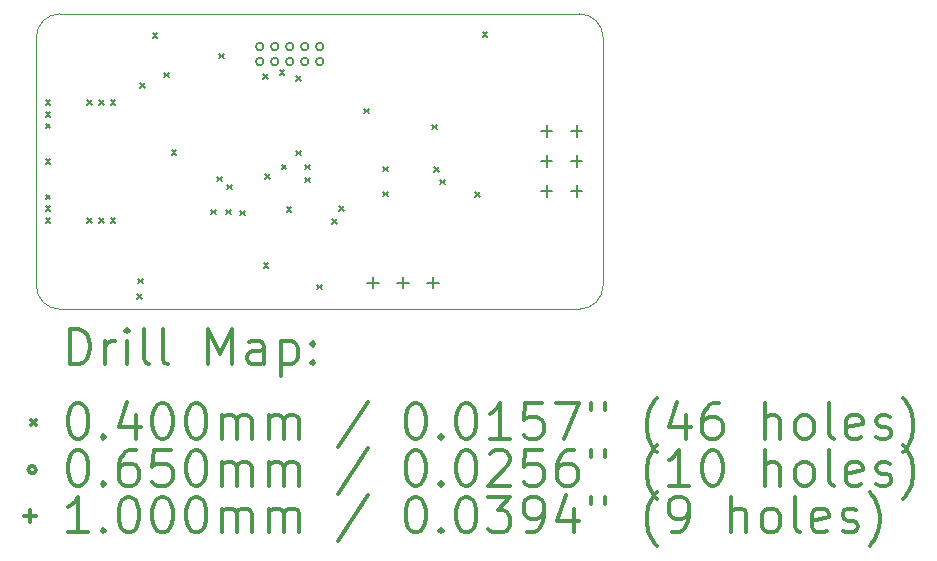
<source format=gbr>
%FSLAX45Y45*%
G04 Gerber Fmt 4.5, Leading zero omitted, Abs format (unit mm)*
G04 Created by KiCad (PCBNEW (5.1.10-1-10_14)) date 2021-09-25 17:03:41*
%MOMM*%
%LPD*%
G01*
G04 APERTURE LIST*
%TA.AperFunction,Profile*%
%ADD10C,0.050000*%
%TD*%
%ADD11C,0.200000*%
%ADD12C,0.300000*%
G04 APERTURE END LIST*
D10*
X4800000Y200000D02*
X4800000Y2300000D01*
X200000Y0D02*
G75*
G02*
X0Y200000I0J200000D01*
G01*
X0Y2300000D02*
G75*
G02*
X200000Y2500000I200000J0D01*
G01*
X4600000Y2500000D02*
G75*
G02*
X4800000Y2300000I0J-200000D01*
G01*
X4800000Y200000D02*
G75*
G02*
X4600000Y0I-200000J0D01*
G01*
X0Y2300000D02*
X0Y200000D01*
X4600000Y2500000D02*
X200000Y2500000D01*
X200000Y0D02*
X4600000Y0D01*
D11*
X80000Y1770000D02*
X120000Y1730000D01*
X120000Y1770000D02*
X80000Y1730000D01*
X80000Y1670000D02*
X120000Y1630000D01*
X120000Y1670000D02*
X80000Y1630000D01*
X80000Y1570000D02*
X120000Y1530000D01*
X120000Y1570000D02*
X80000Y1530000D01*
X80000Y1270000D02*
X120000Y1230000D01*
X120000Y1270000D02*
X80000Y1230000D01*
X80000Y970000D02*
X120000Y930000D01*
X120000Y970000D02*
X80000Y930000D01*
X80000Y870000D02*
X120000Y830000D01*
X120000Y870000D02*
X80000Y830000D01*
X80000Y770000D02*
X120000Y730000D01*
X120000Y770000D02*
X80000Y730000D01*
X430000Y1770000D02*
X470000Y1730000D01*
X470000Y1770000D02*
X430000Y1730000D01*
X430000Y770000D02*
X470000Y730000D01*
X470000Y770000D02*
X430000Y730000D01*
X530000Y1770000D02*
X570000Y1730000D01*
X570000Y1770000D02*
X530000Y1730000D01*
X530000Y770000D02*
X570000Y730000D01*
X570000Y770000D02*
X530000Y730000D01*
X630000Y1770000D02*
X670000Y1730000D01*
X670000Y1770000D02*
X630000Y1730000D01*
X630000Y770000D02*
X670000Y730000D01*
X670000Y770000D02*
X630000Y730000D01*
X856300Y124850D02*
X896300Y84850D01*
X896300Y124850D02*
X856300Y84850D01*
X862650Y258200D02*
X902650Y218200D01*
X902650Y258200D02*
X862650Y218200D01*
X881700Y1912300D02*
X921700Y1872300D01*
X921700Y1912300D02*
X881700Y1872300D01*
X985840Y2336480D02*
X1025840Y2296480D01*
X1025840Y2336480D02*
X985840Y2296480D01*
X1084900Y2001200D02*
X1124900Y1961200D01*
X1124900Y2001200D02*
X1084900Y1961200D01*
X1147500Y1345000D02*
X1187500Y1305000D01*
X1187500Y1345000D02*
X1147500Y1305000D01*
X1483680Y842960D02*
X1523680Y802960D01*
X1523680Y842960D02*
X1483680Y802960D01*
X1529400Y1122360D02*
X1569400Y1082360D01*
X1569400Y1122360D02*
X1529400Y1082360D01*
X1548450Y2162179D02*
X1588450Y2122179D01*
X1588450Y2162179D02*
X1548450Y2122179D01*
X1605600Y841379D02*
X1645600Y801379D01*
X1645600Y841379D02*
X1605600Y801379D01*
X1618300Y1054739D02*
X1658300Y1014739D01*
X1658300Y1054739D02*
X1618300Y1014739D01*
X1723839Y832778D02*
X1763839Y792778D01*
X1763839Y832778D02*
X1723839Y792778D01*
X1923100Y1988500D02*
X1963100Y1948500D01*
X1963100Y1988500D02*
X1923100Y1948500D01*
X1925640Y390840D02*
X1965640Y350840D01*
X1965640Y390840D02*
X1925640Y350840D01*
X1937356Y1144261D02*
X1977356Y1104261D01*
X1977356Y1144261D02*
X1937356Y1104261D01*
X2061913Y2025059D02*
X2101913Y1985059D01*
X2101913Y2025059D02*
X2061913Y1985059D01*
X2078040Y1223960D02*
X2118040Y1183960D01*
X2118040Y1223960D02*
X2078040Y1183960D01*
X2119950Y864550D02*
X2159950Y824550D01*
X2159950Y864550D02*
X2119950Y824550D01*
X2202500Y1340800D02*
X2242500Y1300800D01*
X2242500Y1340800D02*
X2202500Y1300800D01*
X2203028Y1969783D02*
X2243028Y1929783D01*
X2243028Y1969783D02*
X2203028Y1929783D01*
X2276160Y1223960D02*
X2316160Y1183960D01*
X2316160Y1223960D02*
X2276160Y1183960D01*
X2278700Y1112200D02*
X2318700Y1072200D01*
X2318700Y1112200D02*
X2278700Y1072200D01*
X2377760Y207960D02*
X2417760Y167960D01*
X2417760Y207960D02*
X2377760Y167960D01*
X2507300Y762950D02*
X2547300Y722950D01*
X2547300Y762950D02*
X2507300Y722950D01*
X2566584Y868941D02*
X2606584Y828941D01*
X2606584Y868941D02*
X2566584Y828941D01*
X2774000Y1696400D02*
X2814000Y1656400D01*
X2814000Y1696400D02*
X2774000Y1656400D01*
X2936706Y993779D02*
X2976706Y953779D01*
X2976706Y993779D02*
X2936706Y953779D01*
X2939100Y1207450D02*
X2979100Y1167450D01*
X2979100Y1207450D02*
X2939100Y1167450D01*
X3351850Y1563050D02*
X3391850Y1523050D01*
X3391850Y1563050D02*
X3351850Y1523050D01*
X3370956Y1201746D02*
X3410956Y1161746D01*
X3410956Y1201746D02*
X3370956Y1161746D01*
X3418876Y1095714D02*
X3458876Y1055714D01*
X3458876Y1095714D02*
X3418876Y1055714D01*
X3713800Y992127D02*
X3753800Y952127D01*
X3753800Y992127D02*
X3713800Y952127D01*
X3780000Y2344100D02*
X3820000Y2304100D01*
X3820000Y2344100D02*
X3780000Y2304100D01*
X1924800Y2222500D02*
G75*
G03*
X1924800Y2222500I-32500J0D01*
G01*
X1924800Y2095500D02*
G75*
G03*
X1924800Y2095500I-32500J0D01*
G01*
X2051800Y2222500D02*
G75*
G03*
X2051800Y2222500I-32500J0D01*
G01*
X2051800Y2095500D02*
G75*
G03*
X2051800Y2095500I-32500J0D01*
G01*
X2178800Y2222500D02*
G75*
G03*
X2178800Y2222500I-32500J0D01*
G01*
X2178800Y2095500D02*
G75*
G03*
X2178800Y2095500I-32500J0D01*
G01*
X2305800Y2222500D02*
G75*
G03*
X2305800Y2222500I-32500J0D01*
G01*
X2305800Y2095500D02*
G75*
G03*
X2305800Y2095500I-32500J0D01*
G01*
X2432800Y2222500D02*
G75*
G03*
X2432800Y2222500I-32500J0D01*
G01*
X2432800Y2095500D02*
G75*
G03*
X2432800Y2095500I-32500J0D01*
G01*
X2850000Y275000D02*
X2850000Y175000D01*
X2800000Y225000D02*
X2900000Y225000D01*
X3104000Y275000D02*
X3104000Y175000D01*
X3054000Y225000D02*
X3154000Y225000D01*
X3358000Y275000D02*
X3358000Y175000D01*
X3308000Y225000D02*
X3408000Y225000D01*
X4321000Y1558000D02*
X4321000Y1458000D01*
X4271000Y1508000D02*
X4371000Y1508000D01*
X4321000Y1304000D02*
X4321000Y1204000D01*
X4271000Y1254000D02*
X4371000Y1254000D01*
X4321000Y1050000D02*
X4321000Y950000D01*
X4271000Y1000000D02*
X4371000Y1000000D01*
X4575000Y1558000D02*
X4575000Y1458000D01*
X4525000Y1508000D02*
X4625000Y1508000D01*
X4575000Y1304000D02*
X4575000Y1204000D01*
X4525000Y1254000D02*
X4625000Y1254000D01*
X4575000Y1050000D02*
X4575000Y950000D01*
X4525000Y1000000D02*
X4625000Y1000000D01*
D12*
X283928Y-468214D02*
X283928Y-168214D01*
X355357Y-168214D01*
X398214Y-182500D01*
X426786Y-211071D01*
X441071Y-239643D01*
X455357Y-296786D01*
X455357Y-339643D01*
X441071Y-396786D01*
X426786Y-425357D01*
X398214Y-453929D01*
X355357Y-468214D01*
X283928Y-468214D01*
X583928Y-468214D02*
X583928Y-268214D01*
X583928Y-325357D02*
X598214Y-296786D01*
X612500Y-282500D01*
X641071Y-268214D01*
X669643Y-268214D01*
X769643Y-468214D02*
X769643Y-268214D01*
X769643Y-168214D02*
X755357Y-182500D01*
X769643Y-196786D01*
X783928Y-182500D01*
X769643Y-168214D01*
X769643Y-196786D01*
X955357Y-468214D02*
X926786Y-453929D01*
X912500Y-425357D01*
X912500Y-168214D01*
X1112500Y-468214D02*
X1083928Y-453929D01*
X1069643Y-425357D01*
X1069643Y-168214D01*
X1455357Y-468214D02*
X1455357Y-168214D01*
X1555357Y-382500D01*
X1655357Y-168214D01*
X1655357Y-468214D01*
X1926786Y-468214D02*
X1926786Y-311072D01*
X1912500Y-282500D01*
X1883928Y-268214D01*
X1826786Y-268214D01*
X1798214Y-282500D01*
X1926786Y-453929D02*
X1898214Y-468214D01*
X1826786Y-468214D01*
X1798214Y-453929D01*
X1783928Y-425357D01*
X1783928Y-396786D01*
X1798214Y-368214D01*
X1826786Y-353929D01*
X1898214Y-353929D01*
X1926786Y-339643D01*
X2069643Y-268214D02*
X2069643Y-568214D01*
X2069643Y-282500D02*
X2098214Y-268214D01*
X2155357Y-268214D01*
X2183928Y-282500D01*
X2198214Y-296786D01*
X2212500Y-325357D01*
X2212500Y-411071D01*
X2198214Y-439643D01*
X2183928Y-453929D01*
X2155357Y-468214D01*
X2098214Y-468214D01*
X2069643Y-453929D01*
X2341071Y-439643D02*
X2355357Y-453929D01*
X2341071Y-468214D01*
X2326786Y-453929D01*
X2341071Y-439643D01*
X2341071Y-468214D01*
X2341071Y-282500D02*
X2355357Y-296786D01*
X2341071Y-311072D01*
X2326786Y-296786D01*
X2341071Y-282500D01*
X2341071Y-311072D01*
X-42500Y-942500D02*
X-2500Y-982500D01*
X-2500Y-942500D02*
X-42500Y-982500D01*
X341071Y-798214D02*
X369643Y-798214D01*
X398214Y-812500D01*
X412500Y-826786D01*
X426786Y-855357D01*
X441071Y-912500D01*
X441071Y-983929D01*
X426786Y-1041071D01*
X412500Y-1069643D01*
X398214Y-1083929D01*
X369643Y-1098214D01*
X341071Y-1098214D01*
X312500Y-1083929D01*
X298214Y-1069643D01*
X283928Y-1041071D01*
X269643Y-983929D01*
X269643Y-912500D01*
X283928Y-855357D01*
X298214Y-826786D01*
X312500Y-812500D01*
X341071Y-798214D01*
X569643Y-1069643D02*
X583928Y-1083929D01*
X569643Y-1098214D01*
X555357Y-1083929D01*
X569643Y-1069643D01*
X569643Y-1098214D01*
X841071Y-898214D02*
X841071Y-1098214D01*
X769643Y-783929D02*
X698214Y-998214D01*
X883928Y-998214D01*
X1055357Y-798214D02*
X1083928Y-798214D01*
X1112500Y-812500D01*
X1126786Y-826786D01*
X1141071Y-855357D01*
X1155357Y-912500D01*
X1155357Y-983929D01*
X1141071Y-1041071D01*
X1126786Y-1069643D01*
X1112500Y-1083929D01*
X1083928Y-1098214D01*
X1055357Y-1098214D01*
X1026786Y-1083929D01*
X1012500Y-1069643D01*
X998214Y-1041071D01*
X983928Y-983929D01*
X983928Y-912500D01*
X998214Y-855357D01*
X1012500Y-826786D01*
X1026786Y-812500D01*
X1055357Y-798214D01*
X1341071Y-798214D02*
X1369643Y-798214D01*
X1398214Y-812500D01*
X1412500Y-826786D01*
X1426786Y-855357D01*
X1441071Y-912500D01*
X1441071Y-983929D01*
X1426786Y-1041071D01*
X1412500Y-1069643D01*
X1398214Y-1083929D01*
X1369643Y-1098214D01*
X1341071Y-1098214D01*
X1312500Y-1083929D01*
X1298214Y-1069643D01*
X1283928Y-1041071D01*
X1269643Y-983929D01*
X1269643Y-912500D01*
X1283928Y-855357D01*
X1298214Y-826786D01*
X1312500Y-812500D01*
X1341071Y-798214D01*
X1569643Y-1098214D02*
X1569643Y-898214D01*
X1569643Y-926786D02*
X1583928Y-912500D01*
X1612500Y-898214D01*
X1655357Y-898214D01*
X1683928Y-912500D01*
X1698214Y-941071D01*
X1698214Y-1098214D01*
X1698214Y-941071D02*
X1712500Y-912500D01*
X1741071Y-898214D01*
X1783928Y-898214D01*
X1812500Y-912500D01*
X1826786Y-941071D01*
X1826786Y-1098214D01*
X1969643Y-1098214D02*
X1969643Y-898214D01*
X1969643Y-926786D02*
X1983928Y-912500D01*
X2012500Y-898214D01*
X2055357Y-898214D01*
X2083928Y-912500D01*
X2098214Y-941071D01*
X2098214Y-1098214D01*
X2098214Y-941071D02*
X2112500Y-912500D01*
X2141071Y-898214D01*
X2183928Y-898214D01*
X2212500Y-912500D01*
X2226786Y-941071D01*
X2226786Y-1098214D01*
X2812500Y-783929D02*
X2555357Y-1169643D01*
X3198214Y-798214D02*
X3226786Y-798214D01*
X3255357Y-812500D01*
X3269643Y-826786D01*
X3283928Y-855357D01*
X3298214Y-912500D01*
X3298214Y-983929D01*
X3283928Y-1041071D01*
X3269643Y-1069643D01*
X3255357Y-1083929D01*
X3226786Y-1098214D01*
X3198214Y-1098214D01*
X3169643Y-1083929D01*
X3155357Y-1069643D01*
X3141071Y-1041071D01*
X3126786Y-983929D01*
X3126786Y-912500D01*
X3141071Y-855357D01*
X3155357Y-826786D01*
X3169643Y-812500D01*
X3198214Y-798214D01*
X3426786Y-1069643D02*
X3441071Y-1083929D01*
X3426786Y-1098214D01*
X3412500Y-1083929D01*
X3426786Y-1069643D01*
X3426786Y-1098214D01*
X3626786Y-798214D02*
X3655357Y-798214D01*
X3683928Y-812500D01*
X3698214Y-826786D01*
X3712500Y-855357D01*
X3726786Y-912500D01*
X3726786Y-983929D01*
X3712500Y-1041071D01*
X3698214Y-1069643D01*
X3683928Y-1083929D01*
X3655357Y-1098214D01*
X3626786Y-1098214D01*
X3598214Y-1083929D01*
X3583928Y-1069643D01*
X3569643Y-1041071D01*
X3555357Y-983929D01*
X3555357Y-912500D01*
X3569643Y-855357D01*
X3583928Y-826786D01*
X3598214Y-812500D01*
X3626786Y-798214D01*
X4012500Y-1098214D02*
X3841071Y-1098214D01*
X3926786Y-1098214D02*
X3926786Y-798214D01*
X3898214Y-841071D01*
X3869643Y-869643D01*
X3841071Y-883929D01*
X4283928Y-798214D02*
X4141071Y-798214D01*
X4126786Y-941071D01*
X4141071Y-926786D01*
X4169643Y-912500D01*
X4241071Y-912500D01*
X4269643Y-926786D01*
X4283928Y-941071D01*
X4298214Y-969643D01*
X4298214Y-1041071D01*
X4283928Y-1069643D01*
X4269643Y-1083929D01*
X4241071Y-1098214D01*
X4169643Y-1098214D01*
X4141071Y-1083929D01*
X4126786Y-1069643D01*
X4398214Y-798214D02*
X4598214Y-798214D01*
X4469643Y-1098214D01*
X4698214Y-798214D02*
X4698214Y-855357D01*
X4812500Y-798214D02*
X4812500Y-855357D01*
X5255357Y-1212500D02*
X5241071Y-1198214D01*
X5212500Y-1155357D01*
X5198214Y-1126786D01*
X5183928Y-1083929D01*
X5169643Y-1012500D01*
X5169643Y-955357D01*
X5183928Y-883929D01*
X5198214Y-841071D01*
X5212500Y-812500D01*
X5241071Y-769643D01*
X5255357Y-755357D01*
X5498214Y-898214D02*
X5498214Y-1098214D01*
X5426786Y-783929D02*
X5355357Y-998214D01*
X5541071Y-998214D01*
X5783928Y-798214D02*
X5726786Y-798214D01*
X5698214Y-812500D01*
X5683928Y-826786D01*
X5655357Y-869643D01*
X5641071Y-926786D01*
X5641071Y-1041071D01*
X5655357Y-1069643D01*
X5669643Y-1083929D01*
X5698214Y-1098214D01*
X5755357Y-1098214D01*
X5783928Y-1083929D01*
X5798214Y-1069643D01*
X5812500Y-1041071D01*
X5812500Y-969643D01*
X5798214Y-941071D01*
X5783928Y-926786D01*
X5755357Y-912500D01*
X5698214Y-912500D01*
X5669643Y-926786D01*
X5655357Y-941071D01*
X5641071Y-969643D01*
X6169643Y-1098214D02*
X6169643Y-798214D01*
X6298214Y-1098214D02*
X6298214Y-941071D01*
X6283928Y-912500D01*
X6255357Y-898214D01*
X6212500Y-898214D01*
X6183928Y-912500D01*
X6169643Y-926786D01*
X6483928Y-1098214D02*
X6455357Y-1083929D01*
X6441071Y-1069643D01*
X6426786Y-1041071D01*
X6426786Y-955357D01*
X6441071Y-926786D01*
X6455357Y-912500D01*
X6483928Y-898214D01*
X6526786Y-898214D01*
X6555357Y-912500D01*
X6569643Y-926786D01*
X6583928Y-955357D01*
X6583928Y-1041071D01*
X6569643Y-1069643D01*
X6555357Y-1083929D01*
X6526786Y-1098214D01*
X6483928Y-1098214D01*
X6755357Y-1098214D02*
X6726786Y-1083929D01*
X6712500Y-1055357D01*
X6712500Y-798214D01*
X6983928Y-1083929D02*
X6955357Y-1098214D01*
X6898214Y-1098214D01*
X6869643Y-1083929D01*
X6855357Y-1055357D01*
X6855357Y-941071D01*
X6869643Y-912500D01*
X6898214Y-898214D01*
X6955357Y-898214D01*
X6983928Y-912500D01*
X6998214Y-941071D01*
X6998214Y-969643D01*
X6855357Y-998214D01*
X7112500Y-1083929D02*
X7141071Y-1098214D01*
X7198214Y-1098214D01*
X7226786Y-1083929D01*
X7241071Y-1055357D01*
X7241071Y-1041071D01*
X7226786Y-1012500D01*
X7198214Y-998214D01*
X7155357Y-998214D01*
X7126786Y-983929D01*
X7112500Y-955357D01*
X7112500Y-941071D01*
X7126786Y-912500D01*
X7155357Y-898214D01*
X7198214Y-898214D01*
X7226786Y-912500D01*
X7341071Y-1212500D02*
X7355357Y-1198214D01*
X7383928Y-1155357D01*
X7398214Y-1126786D01*
X7412500Y-1083929D01*
X7426786Y-1012500D01*
X7426786Y-955357D01*
X7412500Y-883929D01*
X7398214Y-841071D01*
X7383928Y-812500D01*
X7355357Y-769643D01*
X7341071Y-755357D01*
X-2500Y-1358500D02*
G75*
G03*
X-2500Y-1358500I-32500J0D01*
G01*
X341071Y-1194214D02*
X369643Y-1194214D01*
X398214Y-1208500D01*
X412500Y-1222786D01*
X426786Y-1251357D01*
X441071Y-1308500D01*
X441071Y-1379929D01*
X426786Y-1437071D01*
X412500Y-1465643D01*
X398214Y-1479929D01*
X369643Y-1494214D01*
X341071Y-1494214D01*
X312500Y-1479929D01*
X298214Y-1465643D01*
X283928Y-1437071D01*
X269643Y-1379929D01*
X269643Y-1308500D01*
X283928Y-1251357D01*
X298214Y-1222786D01*
X312500Y-1208500D01*
X341071Y-1194214D01*
X569643Y-1465643D02*
X583928Y-1479929D01*
X569643Y-1494214D01*
X555357Y-1479929D01*
X569643Y-1465643D01*
X569643Y-1494214D01*
X841071Y-1194214D02*
X783928Y-1194214D01*
X755357Y-1208500D01*
X741071Y-1222786D01*
X712500Y-1265643D01*
X698214Y-1322786D01*
X698214Y-1437071D01*
X712500Y-1465643D01*
X726786Y-1479929D01*
X755357Y-1494214D01*
X812500Y-1494214D01*
X841071Y-1479929D01*
X855357Y-1465643D01*
X869643Y-1437071D01*
X869643Y-1365643D01*
X855357Y-1337072D01*
X841071Y-1322786D01*
X812500Y-1308500D01*
X755357Y-1308500D01*
X726786Y-1322786D01*
X712500Y-1337072D01*
X698214Y-1365643D01*
X1141071Y-1194214D02*
X998214Y-1194214D01*
X983928Y-1337072D01*
X998214Y-1322786D01*
X1026786Y-1308500D01*
X1098214Y-1308500D01*
X1126786Y-1322786D01*
X1141071Y-1337072D01*
X1155357Y-1365643D01*
X1155357Y-1437071D01*
X1141071Y-1465643D01*
X1126786Y-1479929D01*
X1098214Y-1494214D01*
X1026786Y-1494214D01*
X998214Y-1479929D01*
X983928Y-1465643D01*
X1341071Y-1194214D02*
X1369643Y-1194214D01*
X1398214Y-1208500D01*
X1412500Y-1222786D01*
X1426786Y-1251357D01*
X1441071Y-1308500D01*
X1441071Y-1379929D01*
X1426786Y-1437071D01*
X1412500Y-1465643D01*
X1398214Y-1479929D01*
X1369643Y-1494214D01*
X1341071Y-1494214D01*
X1312500Y-1479929D01*
X1298214Y-1465643D01*
X1283928Y-1437071D01*
X1269643Y-1379929D01*
X1269643Y-1308500D01*
X1283928Y-1251357D01*
X1298214Y-1222786D01*
X1312500Y-1208500D01*
X1341071Y-1194214D01*
X1569643Y-1494214D02*
X1569643Y-1294214D01*
X1569643Y-1322786D02*
X1583928Y-1308500D01*
X1612500Y-1294214D01*
X1655357Y-1294214D01*
X1683928Y-1308500D01*
X1698214Y-1337072D01*
X1698214Y-1494214D01*
X1698214Y-1337072D02*
X1712500Y-1308500D01*
X1741071Y-1294214D01*
X1783928Y-1294214D01*
X1812500Y-1308500D01*
X1826786Y-1337072D01*
X1826786Y-1494214D01*
X1969643Y-1494214D02*
X1969643Y-1294214D01*
X1969643Y-1322786D02*
X1983928Y-1308500D01*
X2012500Y-1294214D01*
X2055357Y-1294214D01*
X2083928Y-1308500D01*
X2098214Y-1337072D01*
X2098214Y-1494214D01*
X2098214Y-1337072D02*
X2112500Y-1308500D01*
X2141071Y-1294214D01*
X2183928Y-1294214D01*
X2212500Y-1308500D01*
X2226786Y-1337072D01*
X2226786Y-1494214D01*
X2812500Y-1179929D02*
X2555357Y-1565643D01*
X3198214Y-1194214D02*
X3226786Y-1194214D01*
X3255357Y-1208500D01*
X3269643Y-1222786D01*
X3283928Y-1251357D01*
X3298214Y-1308500D01*
X3298214Y-1379929D01*
X3283928Y-1437071D01*
X3269643Y-1465643D01*
X3255357Y-1479929D01*
X3226786Y-1494214D01*
X3198214Y-1494214D01*
X3169643Y-1479929D01*
X3155357Y-1465643D01*
X3141071Y-1437071D01*
X3126786Y-1379929D01*
X3126786Y-1308500D01*
X3141071Y-1251357D01*
X3155357Y-1222786D01*
X3169643Y-1208500D01*
X3198214Y-1194214D01*
X3426786Y-1465643D02*
X3441071Y-1479929D01*
X3426786Y-1494214D01*
X3412500Y-1479929D01*
X3426786Y-1465643D01*
X3426786Y-1494214D01*
X3626786Y-1194214D02*
X3655357Y-1194214D01*
X3683928Y-1208500D01*
X3698214Y-1222786D01*
X3712500Y-1251357D01*
X3726786Y-1308500D01*
X3726786Y-1379929D01*
X3712500Y-1437071D01*
X3698214Y-1465643D01*
X3683928Y-1479929D01*
X3655357Y-1494214D01*
X3626786Y-1494214D01*
X3598214Y-1479929D01*
X3583928Y-1465643D01*
X3569643Y-1437071D01*
X3555357Y-1379929D01*
X3555357Y-1308500D01*
X3569643Y-1251357D01*
X3583928Y-1222786D01*
X3598214Y-1208500D01*
X3626786Y-1194214D01*
X3841071Y-1222786D02*
X3855357Y-1208500D01*
X3883928Y-1194214D01*
X3955357Y-1194214D01*
X3983928Y-1208500D01*
X3998214Y-1222786D01*
X4012500Y-1251357D01*
X4012500Y-1279929D01*
X3998214Y-1322786D01*
X3826786Y-1494214D01*
X4012500Y-1494214D01*
X4283928Y-1194214D02*
X4141071Y-1194214D01*
X4126786Y-1337072D01*
X4141071Y-1322786D01*
X4169643Y-1308500D01*
X4241071Y-1308500D01*
X4269643Y-1322786D01*
X4283928Y-1337072D01*
X4298214Y-1365643D01*
X4298214Y-1437071D01*
X4283928Y-1465643D01*
X4269643Y-1479929D01*
X4241071Y-1494214D01*
X4169643Y-1494214D01*
X4141071Y-1479929D01*
X4126786Y-1465643D01*
X4555357Y-1194214D02*
X4498214Y-1194214D01*
X4469643Y-1208500D01*
X4455357Y-1222786D01*
X4426786Y-1265643D01*
X4412500Y-1322786D01*
X4412500Y-1437071D01*
X4426786Y-1465643D01*
X4441071Y-1479929D01*
X4469643Y-1494214D01*
X4526786Y-1494214D01*
X4555357Y-1479929D01*
X4569643Y-1465643D01*
X4583928Y-1437071D01*
X4583928Y-1365643D01*
X4569643Y-1337072D01*
X4555357Y-1322786D01*
X4526786Y-1308500D01*
X4469643Y-1308500D01*
X4441071Y-1322786D01*
X4426786Y-1337072D01*
X4412500Y-1365643D01*
X4698214Y-1194214D02*
X4698214Y-1251357D01*
X4812500Y-1194214D02*
X4812500Y-1251357D01*
X5255357Y-1608500D02*
X5241071Y-1594214D01*
X5212500Y-1551357D01*
X5198214Y-1522786D01*
X5183928Y-1479929D01*
X5169643Y-1408500D01*
X5169643Y-1351357D01*
X5183928Y-1279929D01*
X5198214Y-1237072D01*
X5212500Y-1208500D01*
X5241071Y-1165643D01*
X5255357Y-1151357D01*
X5526786Y-1494214D02*
X5355357Y-1494214D01*
X5441071Y-1494214D02*
X5441071Y-1194214D01*
X5412500Y-1237072D01*
X5383928Y-1265643D01*
X5355357Y-1279929D01*
X5712500Y-1194214D02*
X5741071Y-1194214D01*
X5769643Y-1208500D01*
X5783928Y-1222786D01*
X5798214Y-1251357D01*
X5812500Y-1308500D01*
X5812500Y-1379929D01*
X5798214Y-1437071D01*
X5783928Y-1465643D01*
X5769643Y-1479929D01*
X5741071Y-1494214D01*
X5712500Y-1494214D01*
X5683928Y-1479929D01*
X5669643Y-1465643D01*
X5655357Y-1437071D01*
X5641071Y-1379929D01*
X5641071Y-1308500D01*
X5655357Y-1251357D01*
X5669643Y-1222786D01*
X5683928Y-1208500D01*
X5712500Y-1194214D01*
X6169643Y-1494214D02*
X6169643Y-1194214D01*
X6298214Y-1494214D02*
X6298214Y-1337072D01*
X6283928Y-1308500D01*
X6255357Y-1294214D01*
X6212500Y-1294214D01*
X6183928Y-1308500D01*
X6169643Y-1322786D01*
X6483928Y-1494214D02*
X6455357Y-1479929D01*
X6441071Y-1465643D01*
X6426786Y-1437071D01*
X6426786Y-1351357D01*
X6441071Y-1322786D01*
X6455357Y-1308500D01*
X6483928Y-1294214D01*
X6526786Y-1294214D01*
X6555357Y-1308500D01*
X6569643Y-1322786D01*
X6583928Y-1351357D01*
X6583928Y-1437071D01*
X6569643Y-1465643D01*
X6555357Y-1479929D01*
X6526786Y-1494214D01*
X6483928Y-1494214D01*
X6755357Y-1494214D02*
X6726786Y-1479929D01*
X6712500Y-1451357D01*
X6712500Y-1194214D01*
X6983928Y-1479929D02*
X6955357Y-1494214D01*
X6898214Y-1494214D01*
X6869643Y-1479929D01*
X6855357Y-1451357D01*
X6855357Y-1337072D01*
X6869643Y-1308500D01*
X6898214Y-1294214D01*
X6955357Y-1294214D01*
X6983928Y-1308500D01*
X6998214Y-1337072D01*
X6998214Y-1365643D01*
X6855357Y-1394214D01*
X7112500Y-1479929D02*
X7141071Y-1494214D01*
X7198214Y-1494214D01*
X7226786Y-1479929D01*
X7241071Y-1451357D01*
X7241071Y-1437071D01*
X7226786Y-1408500D01*
X7198214Y-1394214D01*
X7155357Y-1394214D01*
X7126786Y-1379929D01*
X7112500Y-1351357D01*
X7112500Y-1337072D01*
X7126786Y-1308500D01*
X7155357Y-1294214D01*
X7198214Y-1294214D01*
X7226786Y-1308500D01*
X7341071Y-1608500D02*
X7355357Y-1594214D01*
X7383928Y-1551357D01*
X7398214Y-1522786D01*
X7412500Y-1479929D01*
X7426786Y-1408500D01*
X7426786Y-1351357D01*
X7412500Y-1279929D01*
X7398214Y-1237072D01*
X7383928Y-1208500D01*
X7355357Y-1165643D01*
X7341071Y-1151357D01*
X-52500Y-1704500D02*
X-52500Y-1804500D01*
X-102500Y-1754500D02*
X-2500Y-1754500D01*
X441071Y-1890214D02*
X269643Y-1890214D01*
X355357Y-1890214D02*
X355357Y-1590214D01*
X326786Y-1633071D01*
X298214Y-1661643D01*
X269643Y-1675929D01*
X569643Y-1861643D02*
X583928Y-1875929D01*
X569643Y-1890214D01*
X555357Y-1875929D01*
X569643Y-1861643D01*
X569643Y-1890214D01*
X769643Y-1590214D02*
X798214Y-1590214D01*
X826786Y-1604500D01*
X841071Y-1618786D01*
X855357Y-1647357D01*
X869643Y-1704500D01*
X869643Y-1775929D01*
X855357Y-1833071D01*
X841071Y-1861643D01*
X826786Y-1875929D01*
X798214Y-1890214D01*
X769643Y-1890214D01*
X741071Y-1875929D01*
X726786Y-1861643D01*
X712500Y-1833071D01*
X698214Y-1775929D01*
X698214Y-1704500D01*
X712500Y-1647357D01*
X726786Y-1618786D01*
X741071Y-1604500D01*
X769643Y-1590214D01*
X1055357Y-1590214D02*
X1083928Y-1590214D01*
X1112500Y-1604500D01*
X1126786Y-1618786D01*
X1141071Y-1647357D01*
X1155357Y-1704500D01*
X1155357Y-1775929D01*
X1141071Y-1833071D01*
X1126786Y-1861643D01*
X1112500Y-1875929D01*
X1083928Y-1890214D01*
X1055357Y-1890214D01*
X1026786Y-1875929D01*
X1012500Y-1861643D01*
X998214Y-1833071D01*
X983928Y-1775929D01*
X983928Y-1704500D01*
X998214Y-1647357D01*
X1012500Y-1618786D01*
X1026786Y-1604500D01*
X1055357Y-1590214D01*
X1341071Y-1590214D02*
X1369643Y-1590214D01*
X1398214Y-1604500D01*
X1412500Y-1618786D01*
X1426786Y-1647357D01*
X1441071Y-1704500D01*
X1441071Y-1775929D01*
X1426786Y-1833071D01*
X1412500Y-1861643D01*
X1398214Y-1875929D01*
X1369643Y-1890214D01*
X1341071Y-1890214D01*
X1312500Y-1875929D01*
X1298214Y-1861643D01*
X1283928Y-1833071D01*
X1269643Y-1775929D01*
X1269643Y-1704500D01*
X1283928Y-1647357D01*
X1298214Y-1618786D01*
X1312500Y-1604500D01*
X1341071Y-1590214D01*
X1569643Y-1890214D02*
X1569643Y-1690214D01*
X1569643Y-1718786D02*
X1583928Y-1704500D01*
X1612500Y-1690214D01*
X1655357Y-1690214D01*
X1683928Y-1704500D01*
X1698214Y-1733071D01*
X1698214Y-1890214D01*
X1698214Y-1733071D02*
X1712500Y-1704500D01*
X1741071Y-1690214D01*
X1783928Y-1690214D01*
X1812500Y-1704500D01*
X1826786Y-1733071D01*
X1826786Y-1890214D01*
X1969643Y-1890214D02*
X1969643Y-1690214D01*
X1969643Y-1718786D02*
X1983928Y-1704500D01*
X2012500Y-1690214D01*
X2055357Y-1690214D01*
X2083928Y-1704500D01*
X2098214Y-1733071D01*
X2098214Y-1890214D01*
X2098214Y-1733071D02*
X2112500Y-1704500D01*
X2141071Y-1690214D01*
X2183928Y-1690214D01*
X2212500Y-1704500D01*
X2226786Y-1733071D01*
X2226786Y-1890214D01*
X2812500Y-1575929D02*
X2555357Y-1961643D01*
X3198214Y-1590214D02*
X3226786Y-1590214D01*
X3255357Y-1604500D01*
X3269643Y-1618786D01*
X3283928Y-1647357D01*
X3298214Y-1704500D01*
X3298214Y-1775929D01*
X3283928Y-1833071D01*
X3269643Y-1861643D01*
X3255357Y-1875929D01*
X3226786Y-1890214D01*
X3198214Y-1890214D01*
X3169643Y-1875929D01*
X3155357Y-1861643D01*
X3141071Y-1833071D01*
X3126786Y-1775929D01*
X3126786Y-1704500D01*
X3141071Y-1647357D01*
X3155357Y-1618786D01*
X3169643Y-1604500D01*
X3198214Y-1590214D01*
X3426786Y-1861643D02*
X3441071Y-1875929D01*
X3426786Y-1890214D01*
X3412500Y-1875929D01*
X3426786Y-1861643D01*
X3426786Y-1890214D01*
X3626786Y-1590214D02*
X3655357Y-1590214D01*
X3683928Y-1604500D01*
X3698214Y-1618786D01*
X3712500Y-1647357D01*
X3726786Y-1704500D01*
X3726786Y-1775929D01*
X3712500Y-1833071D01*
X3698214Y-1861643D01*
X3683928Y-1875929D01*
X3655357Y-1890214D01*
X3626786Y-1890214D01*
X3598214Y-1875929D01*
X3583928Y-1861643D01*
X3569643Y-1833071D01*
X3555357Y-1775929D01*
X3555357Y-1704500D01*
X3569643Y-1647357D01*
X3583928Y-1618786D01*
X3598214Y-1604500D01*
X3626786Y-1590214D01*
X3826786Y-1590214D02*
X4012500Y-1590214D01*
X3912500Y-1704500D01*
X3955357Y-1704500D01*
X3983928Y-1718786D01*
X3998214Y-1733071D01*
X4012500Y-1761643D01*
X4012500Y-1833071D01*
X3998214Y-1861643D01*
X3983928Y-1875929D01*
X3955357Y-1890214D01*
X3869643Y-1890214D01*
X3841071Y-1875929D01*
X3826786Y-1861643D01*
X4155357Y-1890214D02*
X4212500Y-1890214D01*
X4241071Y-1875929D01*
X4255357Y-1861643D01*
X4283928Y-1818786D01*
X4298214Y-1761643D01*
X4298214Y-1647357D01*
X4283928Y-1618786D01*
X4269643Y-1604500D01*
X4241071Y-1590214D01*
X4183928Y-1590214D01*
X4155357Y-1604500D01*
X4141071Y-1618786D01*
X4126786Y-1647357D01*
X4126786Y-1718786D01*
X4141071Y-1747357D01*
X4155357Y-1761643D01*
X4183928Y-1775929D01*
X4241071Y-1775929D01*
X4269643Y-1761643D01*
X4283928Y-1747357D01*
X4298214Y-1718786D01*
X4555357Y-1690214D02*
X4555357Y-1890214D01*
X4483928Y-1575929D02*
X4412500Y-1790214D01*
X4598214Y-1790214D01*
X4698214Y-1590214D02*
X4698214Y-1647357D01*
X4812500Y-1590214D02*
X4812500Y-1647357D01*
X5255357Y-2004500D02*
X5241071Y-1990214D01*
X5212500Y-1947357D01*
X5198214Y-1918786D01*
X5183928Y-1875929D01*
X5169643Y-1804500D01*
X5169643Y-1747357D01*
X5183928Y-1675929D01*
X5198214Y-1633071D01*
X5212500Y-1604500D01*
X5241071Y-1561643D01*
X5255357Y-1547357D01*
X5383928Y-1890214D02*
X5441071Y-1890214D01*
X5469643Y-1875929D01*
X5483928Y-1861643D01*
X5512500Y-1818786D01*
X5526786Y-1761643D01*
X5526786Y-1647357D01*
X5512500Y-1618786D01*
X5498214Y-1604500D01*
X5469643Y-1590214D01*
X5412500Y-1590214D01*
X5383928Y-1604500D01*
X5369643Y-1618786D01*
X5355357Y-1647357D01*
X5355357Y-1718786D01*
X5369643Y-1747357D01*
X5383928Y-1761643D01*
X5412500Y-1775929D01*
X5469643Y-1775929D01*
X5498214Y-1761643D01*
X5512500Y-1747357D01*
X5526786Y-1718786D01*
X5883928Y-1890214D02*
X5883928Y-1590214D01*
X6012500Y-1890214D02*
X6012500Y-1733071D01*
X5998214Y-1704500D01*
X5969643Y-1690214D01*
X5926786Y-1690214D01*
X5898214Y-1704500D01*
X5883928Y-1718786D01*
X6198214Y-1890214D02*
X6169643Y-1875929D01*
X6155357Y-1861643D01*
X6141071Y-1833071D01*
X6141071Y-1747357D01*
X6155357Y-1718786D01*
X6169643Y-1704500D01*
X6198214Y-1690214D01*
X6241071Y-1690214D01*
X6269643Y-1704500D01*
X6283928Y-1718786D01*
X6298214Y-1747357D01*
X6298214Y-1833071D01*
X6283928Y-1861643D01*
X6269643Y-1875929D01*
X6241071Y-1890214D01*
X6198214Y-1890214D01*
X6469643Y-1890214D02*
X6441071Y-1875929D01*
X6426786Y-1847357D01*
X6426786Y-1590214D01*
X6698214Y-1875929D02*
X6669643Y-1890214D01*
X6612500Y-1890214D01*
X6583928Y-1875929D01*
X6569643Y-1847357D01*
X6569643Y-1733071D01*
X6583928Y-1704500D01*
X6612500Y-1690214D01*
X6669643Y-1690214D01*
X6698214Y-1704500D01*
X6712500Y-1733071D01*
X6712500Y-1761643D01*
X6569643Y-1790214D01*
X6826786Y-1875929D02*
X6855357Y-1890214D01*
X6912500Y-1890214D01*
X6941071Y-1875929D01*
X6955357Y-1847357D01*
X6955357Y-1833071D01*
X6941071Y-1804500D01*
X6912500Y-1790214D01*
X6869643Y-1790214D01*
X6841071Y-1775929D01*
X6826786Y-1747357D01*
X6826786Y-1733071D01*
X6841071Y-1704500D01*
X6869643Y-1690214D01*
X6912500Y-1690214D01*
X6941071Y-1704500D01*
X7055357Y-2004500D02*
X7069643Y-1990214D01*
X7098214Y-1947357D01*
X7112500Y-1918786D01*
X7126786Y-1875929D01*
X7141071Y-1804500D01*
X7141071Y-1747357D01*
X7126786Y-1675929D01*
X7112500Y-1633071D01*
X7098214Y-1604500D01*
X7069643Y-1561643D01*
X7055357Y-1547357D01*
M02*

</source>
